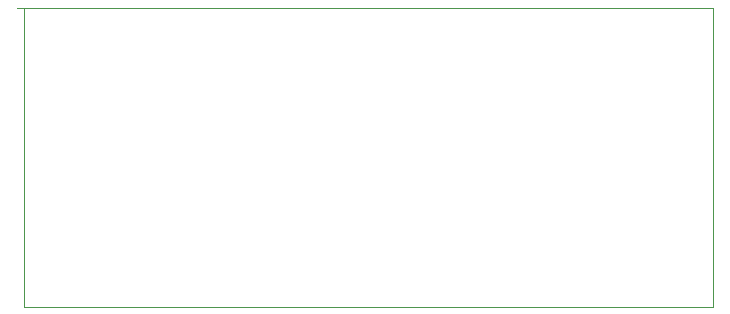
<source format=gbr>
G04 ===== Begin FILE IDENTIFICATION =====*
G04 File Format:  Gerber RS274X*
G04 ===== End FILE IDENTIFICATION =====*
%FSLAX24Y24*%
%MOMM*%
%SFA1.0000B1.0000*%
%OFA0.0B0.0*%
%ADD14C,0.000025*%
%LNbound*%
%IPPOS*%
%LPD*%
G75*
D14*
G01X-257052Y151219D02*
G01X331800D01*
G01Y-101824D01*
G01X-251814D01*
G01X-251513Y151219D01*
M02*


</source>
